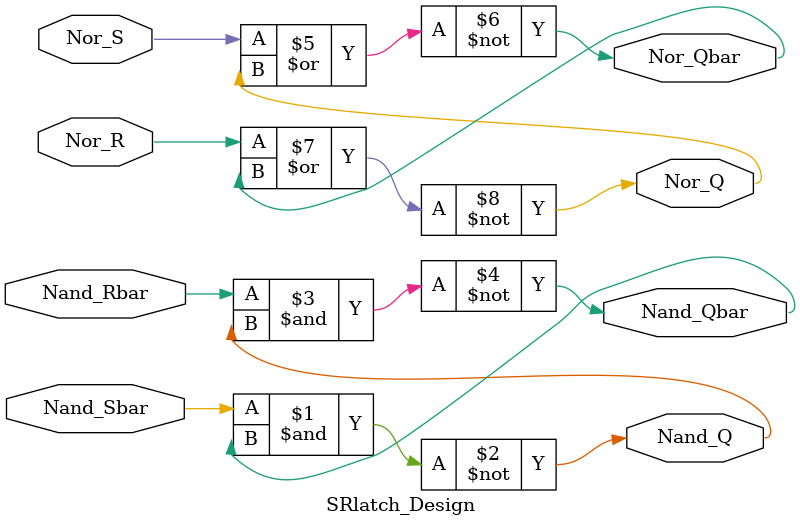
<source format=v>
`timescale 1ns / 1ps


module SRlatch_Design(
    input Nand_Sbar,
    input Nand_Rbar,
    output Nand_Q,
    output Nand_Qbar,
    input Nor_S,
    input Nor_R,
    output Nor_Q,
    output Nor_Qbar);
    
    // by using Nand Gate
    nand g1(Nand_Q, Nand_Sbar, Nand_Qbar);
    nand g2(Nand_Qbar, Nand_Rbar, Nand_Q);
    
    // by using Nor Gate
    nor g3(Nor_Qbar, Nor_S, Nor_Q);
    nor g4(Nor_Q, Nor_R, Nor_Qbar);
endmodule


</source>
